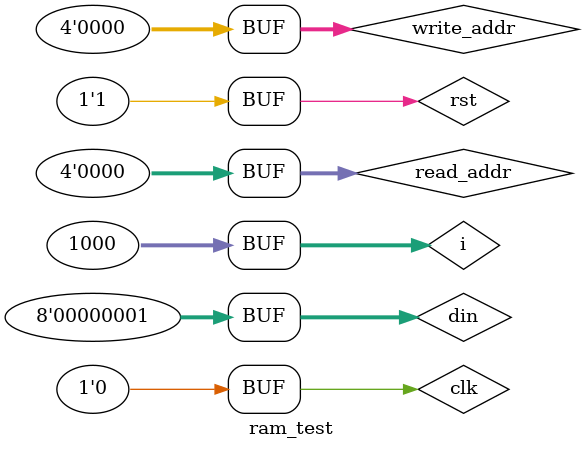
<source format=v>
`timescale 1ns / 1ps


module ram_test;

	// Inputs
	reg clk;
	reg rst;
	reg [3:0] write_addr;
	reg [3:0] read_addr;
	reg [7:0] din;

	// Outputs
	wire [7:0] dout;

	// Instantiate the Unit Under Test (UUT)
	dual_port_ram uut (
		.clk(clk), 
		.rst(rst), 
		.write_addr(write_addr), 
		.read_addr(read_addr), 
		.din(din), 
		.dout(dout)
	);
	integer i;
	initial begin
		// Initialize Inputs
		clk = 0;
		rst = 0;
		write_addr = 0;
		read_addr = 0;
		din = 1;
		
		rst = 1;
		// Wait 100 ns for global reset to finish
		#100;
      for(i=0;i<1000;i=i+1)begin
			clk = ~clk;
			#5;
		end
		// Add stimulus here

	end
      
endmodule


</source>
